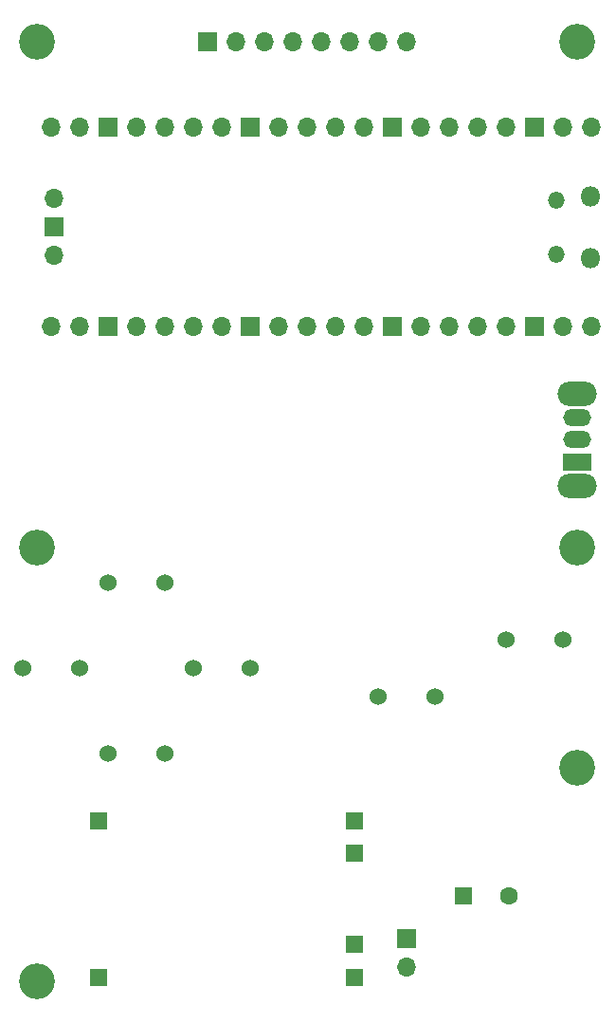
<source format=gbr>
%TF.GenerationSoftware,KiCad,Pcbnew,(5.1.10-1-10_14)*%
%TF.CreationDate,2021-08-15T20:20:53+09:00*%
%TF.ProjectId,gamejoy,67616d65-6a6f-4792-9e6b-696361645f70,rev?*%
%TF.SameCoordinates,Original*%
%TF.FileFunction,Soldermask,Top*%
%TF.FilePolarity,Negative*%
%FSLAX46Y46*%
G04 Gerber Fmt 4.6, Leading zero omitted, Abs format (unit mm)*
G04 Created by KiCad (PCBNEW (5.1.10-1-10_14)) date 2021-08-15 20:20:53*
%MOMM*%
%LPD*%
G01*
G04 APERTURE LIST*
%ADD10C,3.200000*%
%ADD11R,1.700000X1.700000*%
%ADD12O,1.700000X1.700000*%
%ADD13R,1.600000X1.600000*%
%ADD14C,1.600000*%
%ADD15C,1.524000*%
%ADD16R,2.500000X1.500000*%
%ADD17O,2.500000X1.500000*%
%ADD18O,3.500000X2.200000*%
%ADD19O,1.800000X1.800000*%
%ADD20O,1.500000X1.500000*%
%ADD21R,1.524000X1.524000*%
G04 APERTURE END LIST*
D10*
%TO.C,REF\u002A\u002A*%
X129540000Y-103505000D03*
%TD*%
%TO.C,REF\u002A\u002A*%
X81280000Y-103505000D03*
%TD*%
%TO.C,REF\u002A\u002A*%
X81280000Y-58420000D03*
%TD*%
%TO.C,REF\u002A\u002A*%
X129540000Y-58420000D03*
%TD*%
%TO.C,REF\u002A\u002A*%
X81280000Y-142240000D03*
%TD*%
%TO.C,REF\u002A\u002A*%
X129540000Y-123190000D03*
%TD*%
D11*
%TO.C,BT1*%
X114300000Y-138430000D03*
D12*
X114300000Y-140970000D03*
%TD*%
D13*
%TO.C,BZ1*%
X119380000Y-134620000D03*
D14*
X123380000Y-134620000D03*
%TD*%
D15*
%TO.C,SW1*%
X85090000Y-114300000D03*
X80010000Y-114300000D03*
%TD*%
%TO.C,SW2*%
X87630000Y-106680000D03*
X92710000Y-106680000D03*
%TD*%
%TO.C,SW3*%
X87630000Y-121920000D03*
X92710000Y-121920000D03*
%TD*%
%TO.C,SW4*%
X100330000Y-114300000D03*
X95250000Y-114300000D03*
%TD*%
%TO.C,SW5*%
X111760000Y-116840000D03*
X116840000Y-116840000D03*
%TD*%
%TO.C,SW6*%
X128270000Y-111760000D03*
X123190000Y-111760000D03*
%TD*%
D16*
%TO.C,SW7*%
X129540000Y-95885000D03*
D17*
X129540000Y-93885000D03*
X129540000Y-91885000D03*
D18*
X129540000Y-97985000D03*
X129540000Y-89785000D03*
%TD*%
D12*
%TO.C,U1*%
X130810000Y-83820000D03*
X128270000Y-83820000D03*
D11*
X125730000Y-83820000D03*
D12*
X123190000Y-83820000D03*
X120650000Y-83820000D03*
X118110000Y-83820000D03*
X115570000Y-83820000D03*
D11*
X113030000Y-83820000D03*
D12*
X110490000Y-83820000D03*
X107950000Y-83820000D03*
X105410000Y-83820000D03*
X102870000Y-83820000D03*
D11*
X100330000Y-83820000D03*
D12*
X97790000Y-83820000D03*
X95250000Y-83820000D03*
X92710000Y-83820000D03*
X90170000Y-83820000D03*
D11*
X87630000Y-83820000D03*
D12*
X85090000Y-83820000D03*
X82550000Y-83820000D03*
X82550000Y-66040000D03*
X85090000Y-66040000D03*
D11*
X87630000Y-66040000D03*
D12*
X90170000Y-66040000D03*
X92710000Y-66040000D03*
X95250000Y-66040000D03*
X97790000Y-66040000D03*
D11*
X100330000Y-66040000D03*
D12*
X102870000Y-66040000D03*
X105410000Y-66040000D03*
X107950000Y-66040000D03*
X110490000Y-66040000D03*
D11*
X113030000Y-66040000D03*
D12*
X115570000Y-66040000D03*
X118110000Y-66040000D03*
X120650000Y-66040000D03*
X123190000Y-66040000D03*
D11*
X125730000Y-66040000D03*
D12*
X128270000Y-66040000D03*
X130810000Y-66040000D03*
D19*
X130680000Y-77655000D03*
X130680000Y-72205000D03*
D20*
X127650000Y-77355000D03*
X127650000Y-72505000D03*
D12*
X82780000Y-77470000D03*
D11*
X82780000Y-74930000D03*
D12*
X82780000Y-72390000D03*
%TD*%
D11*
%TO.C,U2*%
X96520000Y-58420000D03*
D12*
X99060000Y-58420000D03*
X101600000Y-58420000D03*
X104140000Y-58420000D03*
X106680000Y-58420000D03*
X109220000Y-58420000D03*
X111760000Y-58420000D03*
X114300000Y-58420000D03*
%TD*%
D21*
%TO.C,U3*%
X86741000Y-127889000D03*
X86741000Y-141859000D03*
X109601000Y-141859000D03*
X109601000Y-127889000D03*
X109601000Y-138938000D03*
X109601000Y-130810000D03*
%TD*%
M02*

</source>
